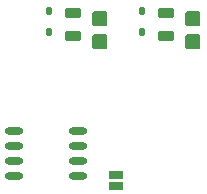
<source format=gtp>
G04 Layer_Color=8421504*
%FSLAX44Y44*%
%MOMM*%
G71*
G01*
G75*
%ADD10R,1.2700X0.6350*%
%ADD11O,1.6000X0.6000*%
G04:AMPARAMS|DCode=12|XSize=1.27mm|YSize=1.27mm|CornerRadius=0.1588mm|HoleSize=0mm|Usage=FLASHONLY|Rotation=90.000|XOffset=0mm|YOffset=0mm|HoleType=Round|Shape=RoundedRectangle|*
%AMROUNDEDRECTD12*
21,1,1.2700,0.9525,0,0,90.0*
21,1,0.9525,1.2700,0,0,90.0*
1,1,0.3175,0.4763,0.4763*
1,1,0.3175,0.4763,-0.4763*
1,1,0.3175,-0.4763,-0.4763*
1,1,0.3175,-0.4763,0.4763*
%
%ADD12ROUNDEDRECTD12*%
G04:AMPARAMS|DCode=13|XSize=0.65mm|YSize=0.5mm|CornerRadius=0.05mm|HoleSize=0mm|Usage=FLASHONLY|Rotation=90.000|XOffset=0mm|YOffset=0mm|HoleType=Round|Shape=RoundedRectangle|*
%AMROUNDEDRECTD13*
21,1,0.6500,0.4000,0,0,90.0*
21,1,0.5500,0.5000,0,0,90.0*
1,1,0.1000,0.2000,0.2750*
1,1,0.1000,0.2000,-0.2750*
1,1,0.1000,-0.2000,-0.2750*
1,1,0.1000,-0.2000,0.2750*
%
%ADD13ROUNDEDRECTD13*%
G04:AMPARAMS|DCode=14|XSize=1.3mm|YSize=0.8mm|CornerRadius=0.1mm|HoleSize=0mm|Usage=FLASHONLY|Rotation=180.000|XOffset=0mm|YOffset=0mm|HoleType=Round|Shape=RoundedRectangle|*
%AMROUNDEDRECTD14*
21,1,1.3000,0.6000,0,0,180.0*
21,1,1.1000,0.8000,0,0,180.0*
1,1,0.2000,-0.5500,0.3000*
1,1,0.2000,0.5500,0.3000*
1,1,0.2000,0.5500,-0.3000*
1,1,0.2000,-0.5500,-0.3000*
%
%ADD14ROUNDEDRECTD14*%
D10*
X321000Y-80572D02*
D03*
Y-71500D02*
D03*
D11*
X235000Y-33950D02*
D03*
Y-46650D02*
D03*
Y-59350D02*
D03*
Y-72050D02*
D03*
X289000Y-33950D02*
D03*
Y-46650D02*
D03*
Y-59350D02*
D03*
Y-72050D02*
D03*
D12*
X307340Y41275D02*
D03*
Y60325D02*
D03*
X386080Y41275D02*
D03*
Y60325D02*
D03*
D13*
X264160Y49420D02*
D03*
Y67420D02*
D03*
X342900D02*
D03*
Y49420D02*
D03*
D14*
X284480Y65880D02*
D03*
Y45880D02*
D03*
X363220D02*
D03*
Y65880D02*
D03*
M02*

</source>
